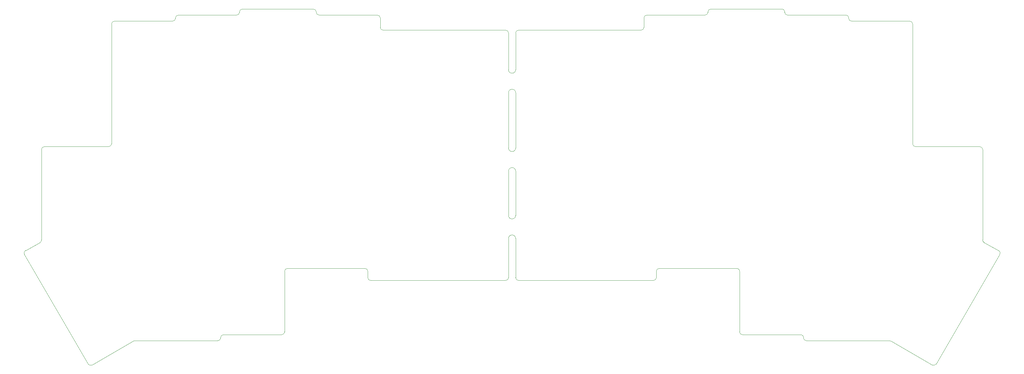
<source format=gbr>
%TF.GenerationSoftware,KiCad,Pcbnew,9.0.6*%
%TF.CreationDate,2025-12-04T21:19:32-05:00*%
%TF.ProjectId,VoyagerSplitKicad,566f7961-6765-4725-9370-6c69744b6963,rev?*%
%TF.SameCoordinates,Original*%
%TF.FileFunction,Profile,NP*%
%FSLAX46Y46*%
G04 Gerber Fmt 4.6, Leading zero omitted, Abs format (unit mm)*
G04 Created by KiCad (PCBNEW 9.0.6) date 2025-12-04 21:19:32*
%MOMM*%
%LPD*%
G01*
G04 APERTURE LIST*
%TA.AperFunction,Profile*%
%ADD10C,0.050000*%
%TD*%
G04 APERTURE END LIST*
D10*
X77998855Y-188407113D02*
X60107320Y-157503552D01*
X280100000Y-181849996D02*
X303484700Y-181849996D01*
X260500000Y-161449996D02*
G75*
G02*
X261299997Y-162253346I0J-800004D01*
G01*
X198300001Y-112000000D02*
X198300001Y-111900000D01*
X252399999Y-89200000D02*
G75*
G02*
X251600000Y-89999999I-799999J0D01*
G01*
X196300000Y-164050000D02*
X196300000Y-153000000D01*
X65700000Y-127100000D02*
X83800000Y-127100000D01*
X64900000Y-153430100D02*
G75*
G02*
X64496517Y-154124978I-800100J0D01*
G01*
X196299999Y-111900000D02*
G75*
G02*
X198300001Y-111899998I1000001J0D01*
G01*
X255899997Y-161449996D02*
X260500000Y-161449996D01*
X60402394Y-156408280D02*
X64496535Y-154125010D01*
X101800000Y-91700000D02*
X85400000Y-91700000D01*
X334189952Y-156404011D02*
X330110365Y-154128853D01*
X329699997Y-153430151D02*
X329699999Y-127897172D01*
X115300000Y-180950000D02*
G75*
G02*
X116100000Y-180150000I800000J0D01*
G01*
X142199998Y-89200000D02*
X142199998Y-89100000D01*
X237899997Y-164050000D02*
X237899997Y-162250000D01*
X198299998Y-127500000D02*
G75*
G02*
X196300002Y-127500000I-999998J-3D01*
G01*
X234399999Y-93450000D02*
G75*
G02*
X233600000Y-94249999I-799999J0D01*
G01*
X195500000Y-94250000D02*
X161000000Y-94250000D01*
X114500000Y-181850000D02*
X91115211Y-181850000D01*
X143000000Y-90000000D02*
G75*
G02*
X142200000Y-89200000I0J800000D01*
G01*
X156700000Y-164050000D02*
X156700000Y-162250000D01*
X199100000Y-164849996D02*
G75*
G02*
X198300004Y-164049995I0J799996D01*
G01*
X334189954Y-156404011D02*
G75*
G02*
X334492639Y-157503528I-389654J-698689D01*
G01*
X115300000Y-181050000D02*
G75*
G02*
X114500000Y-181850000I-800000J0D01*
G01*
X102599998Y-90900000D02*
G75*
G02*
X101800000Y-91699998I-799998J0D01*
G01*
X195500000Y-164850000D02*
X157500000Y-164850000D01*
X309200000Y-91699996D02*
G75*
G02*
X309999999Y-92497172I0J-800004D01*
G01*
X328900000Y-127099996D02*
G75*
G02*
X329699999Y-127897172I0J-800004D01*
G01*
X273200000Y-88299996D02*
G75*
G02*
X273999999Y-89102828I0J-800004D01*
G01*
X196300000Y-95050000D02*
X196300003Y-105400000D01*
X132500000Y-180150000D02*
X116100000Y-180150000D01*
X64900000Y-153430100D02*
X64899998Y-127900000D01*
X198299997Y-164049995D02*
X198299997Y-153000000D01*
X196300000Y-164050000D02*
G75*
G02*
X195500000Y-164850000I-800000J0D01*
G01*
X90713785Y-181958007D02*
G75*
G02*
X91115211Y-181850021I401415J-692093D01*
G01*
X196299999Y-111899996D02*
X196300001Y-127500000D01*
X79092567Y-188698312D02*
G75*
G02*
X77998864Y-188407108I-401367J692012D01*
G01*
X303889902Y-181960140D02*
X315510328Y-188699989D01*
X310800000Y-127099996D02*
G75*
G02*
X310000004Y-126299996I0J799996D01*
G01*
X234399999Y-93450000D02*
X234399999Y-90800000D01*
X237899997Y-162250000D02*
G75*
G02*
X238700000Y-161449997I800003J0D01*
G01*
X235200000Y-89999996D02*
X251600000Y-89999996D01*
X84599998Y-92500000D02*
G75*
G02*
X85400000Y-91699998I800002J0D01*
G01*
X198299997Y-95050000D02*
X198299997Y-105400000D01*
X292800000Y-91699996D02*
X309200000Y-91699996D01*
X237899997Y-164050000D02*
G75*
G02*
X237100000Y-164849997I-799997J0D01*
G01*
X90713785Y-181958005D02*
X79092567Y-188698312D01*
X159400000Y-90000000D02*
X143000000Y-90000000D01*
X198299997Y-95050000D02*
G75*
G02*
X199100000Y-94249997I800003J0D01*
G01*
X120599998Y-89100000D02*
G75*
G02*
X121400000Y-88299998I800002J0D01*
G01*
X196300001Y-134000000D02*
G75*
G02*
X198299997Y-134000000I999998J1D01*
G01*
X141400000Y-88300000D02*
X121400000Y-88300000D01*
X155900000Y-161450000D02*
X138700000Y-161450000D01*
X262100000Y-180149996D02*
G75*
G02*
X261300004Y-179349996I0J799996D01*
G01*
X60107320Y-157503552D02*
G75*
G02*
X60402394Y-156408279I692380J400852D01*
G01*
X133300000Y-162250000D02*
X133300000Y-179350000D01*
X262100000Y-180149996D02*
X278500000Y-180149996D01*
X196300000Y-153000000D02*
G75*
G02*
X198299998Y-153000000I999999J2D01*
G01*
X84599998Y-126300000D02*
G75*
G02*
X83800000Y-127099998I-799998J0D01*
G01*
X195500000Y-94250000D02*
G75*
G02*
X196300000Y-95050000I0J-800000D01*
G01*
X133300000Y-179350000D02*
G75*
G02*
X132500000Y-180150000I-800000J0D01*
G01*
X278500000Y-180149996D02*
G75*
G02*
X279299997Y-180953346I0J-800004D01*
G01*
X102599998Y-90800000D02*
G75*
G02*
X103400000Y-89999998I800002J0D01*
G01*
X84599998Y-126300000D02*
X84599998Y-92500000D01*
X316601133Y-188407124D02*
G75*
G02*
X315510328Y-188699989I-692333J400824D01*
G01*
X303484700Y-181849996D02*
G75*
G02*
X303889888Y-181960164I0J-800204D01*
G01*
X120599998Y-89100000D02*
X120599998Y-89200000D01*
X138700000Y-161450000D02*
X134100000Y-161450000D01*
X157500000Y-164850000D02*
G75*
G02*
X156700000Y-164050000I0J800000D01*
G01*
X291999999Y-90802828D02*
X291999999Y-90899996D01*
X291200000Y-89999996D02*
G75*
G02*
X291999999Y-90802828I0J-800004D01*
G01*
X292800000Y-91699996D02*
G75*
G02*
X292000004Y-90899996I0J799996D01*
G01*
X274800000Y-89999996D02*
G75*
G02*
X274000004Y-89199996I0J799996D01*
G01*
X199100000Y-164849996D02*
X237100000Y-164849996D01*
X102599998Y-90800000D02*
X102599998Y-90900000D01*
X159400000Y-90000000D02*
G75*
G02*
X160200000Y-90800000I0J-800000D01*
G01*
X309999999Y-126299996D02*
X309999999Y-92497172D01*
X280100000Y-181849996D02*
G75*
G02*
X279300004Y-181049996I0J799996D01*
G01*
X252399999Y-89100000D02*
G75*
G02*
X253200000Y-88299999I800001J0D01*
G01*
X141400000Y-88300000D02*
G75*
G02*
X142200000Y-89100000I0J-800000D01*
G01*
X198299996Y-134000000D02*
X198299996Y-146500002D01*
X238700000Y-161449996D02*
X255899997Y-161449996D01*
X64899998Y-127900000D02*
G75*
G02*
X65700000Y-127099998I800002J0D01*
G01*
X198299996Y-146500002D02*
G75*
G02*
X196300004Y-146500000I-999996J2D01*
G01*
X160199998Y-93450000D02*
X160199998Y-90800000D01*
X253200000Y-88299996D02*
X273200000Y-88299996D01*
X133300000Y-162250000D02*
G75*
G02*
X134100000Y-161450000I800000J0D01*
G01*
X279299997Y-180953346D02*
X279299997Y-181049996D01*
X198299998Y-105400000D02*
G75*
G02*
X196300000Y-105400000I-999999J3D01*
G01*
X328900000Y-127099996D02*
X310800000Y-127099996D01*
X316601133Y-188407124D02*
X334492676Y-157503550D01*
X330110365Y-154128853D02*
G75*
G02*
X329700043Y-153430151I389635J698653D01*
G01*
X119800000Y-90000000D02*
X103400000Y-90000000D01*
X252399999Y-89200000D02*
X252399999Y-89100000D01*
X115300000Y-180950000D02*
X115300000Y-181050000D01*
X199100000Y-94249997D02*
X233600000Y-94249996D01*
X261299997Y-162253346D02*
X261299997Y-179349996D01*
X198300001Y-112000000D02*
X198299998Y-127500000D01*
X196300001Y-134000000D02*
X196300001Y-146500000D01*
X120599998Y-89200000D02*
G75*
G02*
X119800000Y-89999998I-799998J0D01*
G01*
X274800000Y-89999996D02*
X291200000Y-89999996D01*
X161000000Y-94250000D02*
G75*
G02*
X160200000Y-93450000I0J800000D01*
G01*
X273999999Y-89102828D02*
X273999999Y-89199996D01*
X155900000Y-161450000D02*
G75*
G02*
X156700000Y-162250000I0J-800000D01*
G01*
X234399999Y-90800000D02*
G75*
G02*
X235200000Y-89999999I800001J0D01*
G01*
M02*

</source>
